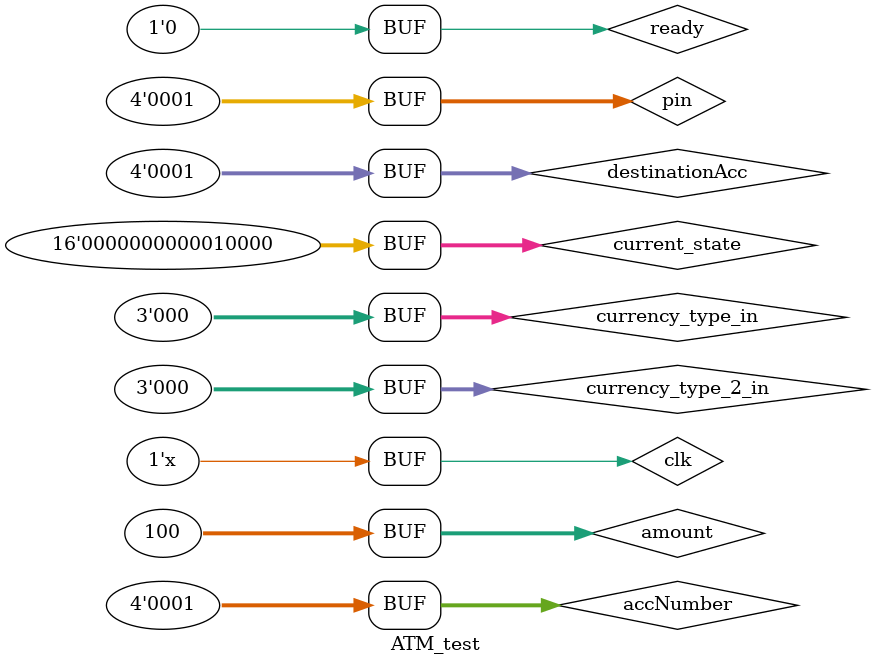
<source format=v>
`timescale 1ns / 1ps


module ATM_test(

    );
    
    reg clk;
    reg [3:0] accNumber;
    reg [3:0] pin;
    reg [15:0] current_state;
    reg [1:0] menuOption;
    reg [2:0] currency_type_in;
    reg [2:0] currency_type_2_in;
    reg [31:0] amount;
    reg ready;
    reg [3:0] destinationAcc;
    wire [15:0] balance_dollars_out;
    wire [15:0] balance_btc_out;
    wire [15:0] balance_eth_out;
    wire [3:0] status_code;
    
    parameter [15:0] // I made this encoding scheme so i could light up debug LEDs but there are too many states lol
                     // These will probably change but wont affect any other modules
        IDLE = 16'b0000000000000001,
        ACC_NUM = 16'b0000000000000010,
        PIN_INPUT = 16'b0000000000000100,
        MENU = 16'b0000000000001000,
        SHOW_BALANCES = 16'b0000000000010000,
        CONVERT_CURRENCY = 16'b0000000000100000,
        SELECT_CURRENCY_CONVERT_1 = 16'b0000000001000000,
        SELECT_CURRENCY_CONVERT_2 = 16'b0000000010000000,
        WITHDRAW = 16'b0000000100000000,
        SELECT_AMOUNT_WITHDRAW = 16'b0000001000000000,
        TRANSFER = 16'b0000010000000000,
        SELECT_CURRENCY_TRANSFER = 16'b0000100000000000,
        SELECT_AMOUNT_TRANSFER = 16'b0001000000000000,
        ERROR = 16'b0010000000000000,
        SUCCESS = 16'b0100000000000000;
    
    parameter [2:0]
        USD = 3'b000,
        BTC = 3'b001,
        ETH = 3'b010,
        XRP = 3'b011,
        LTC = 3'b100;
    
    ATM atm_test(.clk(clk), .accNumber(accNumber), .pin(pin), .current_state(current_state), .menuOption(menuOption), .currency_type_in(currency_type_in),
    .currency_type_2_in(currency_type_2_in), .amount(amount), .ready(ready), .destinationAcc(destinationAcc), .balance_dollars_out(balance_dollars_out), .balance_btc_out(balance_btc_out), 
    .balance_eth_out(balance_eth_out), .status_code(status_code));
    
    initial begin
    
    clk = 0;
    accNumber = 4'b0000;
    pin = 4'b0000;
    current_state = ACC_NUM;
    ready = 0;
    
    #20 ready = 1;
    #20 ready = 0;
    #50 current_state = PIN_INPUT;
    #20 ready = 1;
    #20 ready = 0;
    
    
    #50 current_state = SELECT_CURRENCY_CONVERT_1;
    #50 amount = 1;
    #20 ready = 1;
    #20 ready = 0;
    
    #50 current_state = SELECT_CURRENCY_CONVERT_2;
    #50 currency_type_in = BTC;
    #50 currency_type_2_in = USD;
    #20 ready = 1;
    #20 ready = 0;
    
    #50 current_state = SELECT_AMOUNT_WITHDRAW;
    #50 currency_type_in = USD;
    #50 amount = 100;
    #20 ready = 1;
    #20 ready = 0;
    
    #50 current_state = TRANSFER;
    #50 destinationAcc = 4'b0001;
    #20 ready = 1;
    #20 ready = 0;
    
    #50 current_state = SELECT_AMOUNT_TRANSFER;
    #20 currency_type_in = USD;
    #20 amount = 100;
    #20 ready = 1;
    #20 ready = 0;
    
    
    #50 current_state = IDLE;
    #50 accNumber = 4'b0001;
    #50 pin = 4'b0001;
    
    #50 current_state = ACC_NUM;
    #20 ready = 1;
    #20 ready = 0;
    
    #50 current_state = PIN_INPUT;
    #20 ready = 1;
    #20 ready = 0;
    
    #50 current_state = SHOW_BALANCES;
    
    end
    
    always 
        #10 clk = ~clk;
    
endmodule

</source>
